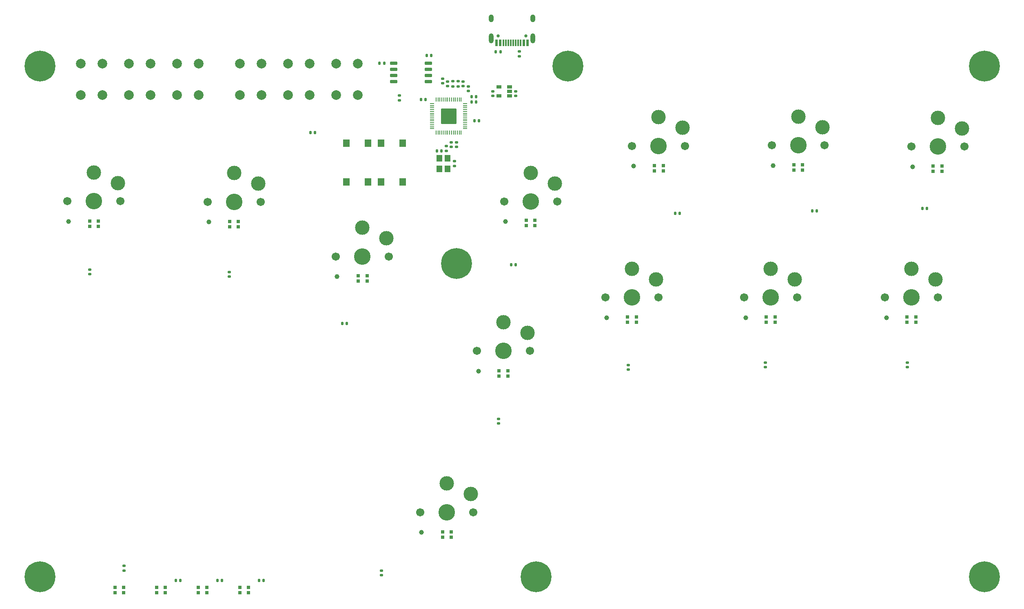
<source format=gbr>
%TF.GenerationSoftware,KiCad,Pcbnew,(6.0.4)*%
%TF.CreationDate,2022-04-24T23:02:38-04:00*%
%TF.ProjectId,Flatbox-rev4-rgb-kicad-WS2812B-4020,466c6174-626f-4782-9d72-6576342d7267,rev?*%
%TF.SameCoordinates,Original*%
%TF.FileFunction,Soldermask,Top*%
%TF.FilePolarity,Negative*%
%FSLAX46Y46*%
G04 Gerber Fmt 4.6, Leading zero omitted, Abs format (unit mm)*
G04 Created by KiCad (PCBNEW (6.0.4)) date 2022-04-24 23:02:38*
%MOMM*%
%LPD*%
G01*
G04 APERTURE LIST*
G04 Aperture macros list*
%AMRoundRect*
0 Rectangle with rounded corners*
0 $1 Rounding radius*
0 $2 $3 $4 $5 $6 $7 $8 $9 X,Y pos of 4 corners*
0 Add a 4 corners polygon primitive as box body*
4,1,4,$2,$3,$4,$5,$6,$7,$8,$9,$2,$3,0*
0 Add four circle primitives for the rounded corners*
1,1,$1+$1,$2,$3*
1,1,$1+$1,$4,$5*
1,1,$1+$1,$6,$7*
1,1,$1+$1,$8,$9*
0 Add four rect primitives between the rounded corners*
20,1,$1+$1,$2,$3,$4,$5,0*
20,1,$1+$1,$4,$5,$6,$7,0*
20,1,$1+$1,$6,$7,$8,$9,0*
20,1,$1+$1,$8,$9,$2,$3,0*%
G04 Aperture macros list end*
%ADD10C,3.429000*%
%ADD11C,1.701800*%
%ADD12C,3.000000*%
%ADD13C,0.990600*%
%ADD14C,2.000000*%
%ADD15RoundRect,0.135000X-0.185000X0.135000X-0.185000X-0.135000X0.185000X-0.135000X0.185000X0.135000X0*%
%ADD16C,0.650000*%
%ADD17R,0.600000X1.450000*%
%ADD18R,0.300000X1.450000*%
%ADD19O,1.000000X1.600000*%
%ADD20O,1.000000X2.100000*%
%ADD21RoundRect,0.135000X0.135000X0.185000X-0.135000X0.185000X-0.135000X-0.185000X0.135000X-0.185000X0*%
%ADD22RoundRect,0.140000X0.170000X-0.140000X0.170000X0.140000X-0.170000X0.140000X-0.170000X-0.140000X0*%
%ADD23RoundRect,0.140000X-0.140000X-0.170000X0.140000X-0.170000X0.140000X0.170000X-0.140000X0.170000X0*%
%ADD24RoundRect,0.140000X-0.170000X0.140000X-0.170000X-0.140000X0.170000X-0.140000X0.170000X0.140000X0*%
%ADD25RoundRect,0.135000X-0.135000X-0.185000X0.135000X-0.185000X0.135000X0.185000X-0.135000X0.185000X0*%
%ADD26R,1.400000X1.600000*%
%ADD27R,1.060000X0.650000*%
%ADD28RoundRect,0.150000X-0.650000X-0.150000X0.650000X-0.150000X0.650000X0.150000X-0.650000X0.150000X0*%
%ADD29RoundRect,0.050000X-0.387500X-0.050000X0.387500X-0.050000X0.387500X0.050000X-0.387500X0.050000X0*%
%ADD30RoundRect,0.050000X-0.050000X-0.387500X0.050000X-0.387500X0.050000X0.387500X-0.050000X0.387500X0*%
%ADD31RoundRect,0.144000X-1.456000X-1.456000X1.456000X-1.456000X1.456000X1.456000X-1.456000X1.456000X0*%
%ADD32R,1.200000X1.400000*%
%ADD33RoundRect,0.140000X0.140000X0.170000X-0.140000X0.170000X-0.140000X-0.170000X0.140000X-0.170000X0*%
%ADD34RoundRect,0.135000X0.185000X-0.135000X0.185000X0.135000X-0.185000X0.135000X-0.185000X-0.135000X0*%
%ADD35R,0.700000X0.700000*%
%ADD36C,6.400000*%
G04 APERTURE END LIST*
D10*
%TO.C,SW8*%
X87320000Y-65170000D03*
D11*
X81820000Y-65170000D03*
X92820000Y-65170000D03*
D12*
X92320000Y-61420000D03*
D13*
X82100000Y-69370000D03*
D12*
X87320000Y-59220000D03*
%TD*%
%TO.C,SW9*%
X113920000Y-70570000D03*
D10*
X113920000Y-76520000D03*
D11*
X108420000Y-76520000D03*
D12*
X118920000Y-72770000D03*
D11*
X119420000Y-76520000D03*
D13*
X108700000Y-80720000D03*
%TD*%
%TO.C,SW18*%
X126200000Y-133820000D03*
D11*
X125920000Y-129620000D03*
D12*
X131420000Y-123670000D03*
X136420000Y-125870000D03*
D11*
X136920000Y-129620000D03*
D10*
X131420000Y-129620000D03*
%TD*%
%TO.C,SW10*%
X148860000Y-65110000D03*
D12*
X148860000Y-59160000D03*
D13*
X143640000Y-69310000D03*
D11*
X154360000Y-65110000D03*
X143360000Y-65110000D03*
D12*
X153860000Y-61360000D03*
%TD*%
D10*
%TO.C,SW11*%
X175420000Y-53580000D03*
D12*
X180420000Y-49830000D03*
X175420000Y-47630000D03*
D13*
X170200000Y-57780000D03*
D11*
X180920000Y-53580000D03*
X169920000Y-53580000D03*
%TD*%
D10*
%TO.C,SW12*%
X204390000Y-53460000D03*
D12*
X209390000Y-49710000D03*
D13*
X199170000Y-57660000D03*
D11*
X209890000Y-53460000D03*
D12*
X204390000Y-47510000D03*
D11*
X198890000Y-53460000D03*
%TD*%
%TO.C,SW13*%
X227860000Y-53700000D03*
D12*
X233360000Y-47750000D03*
D13*
X228140000Y-57900000D03*
D11*
X238860000Y-53700000D03*
D10*
X233360000Y-53700000D03*
D12*
X238360000Y-49950000D03*
%TD*%
D10*
%TO.C,SW14*%
X143250000Y-96150000D03*
D12*
X143250000Y-90200000D03*
D11*
X137750000Y-96150000D03*
X148750000Y-96150000D03*
D12*
X148250000Y-92400000D03*
D13*
X138030000Y-100350000D03*
%TD*%
D11*
%TO.C,SW15*%
X164360000Y-85040000D03*
D12*
X174860000Y-81290000D03*
D10*
X169860000Y-85040000D03*
D13*
X164640000Y-89240000D03*
D12*
X169860000Y-79090000D03*
D11*
X175360000Y-85040000D03*
%TD*%
D12*
%TO.C,SW16*%
X203710000Y-81290000D03*
D13*
X193490000Y-89240000D03*
D12*
X198710000Y-79090000D03*
D11*
X204210000Y-85040000D03*
D10*
X198710000Y-85040000D03*
D11*
X193210000Y-85040000D03*
%TD*%
%TO.C,SW17*%
X222420000Y-85040000D03*
X233420000Y-85040000D03*
D12*
X227920000Y-79090000D03*
X232920000Y-81290000D03*
D13*
X222700000Y-89240000D03*
D10*
X227920000Y-85040000D03*
%TD*%
D11*
%TO.C,SW7*%
X52725000Y-65050000D03*
D10*
X58225000Y-65050000D03*
D11*
X63725000Y-65050000D03*
D12*
X58225000Y-59100000D03*
D13*
X53005000Y-69250000D03*
D12*
X63225000Y-61300000D03*
%TD*%
D14*
%TO.C,SW4*%
X88500000Y-43000000D03*
X88500000Y-36500000D03*
X93000000Y-43000000D03*
X93000000Y-36500000D03*
%TD*%
%TO.C,SW2*%
X65500000Y-43000000D03*
X65500000Y-36500000D03*
X70000000Y-36500000D03*
X70000000Y-43000000D03*
%TD*%
%TO.C,SW5*%
X98500000Y-36500000D03*
X98500000Y-43000000D03*
X103000000Y-36500000D03*
X103000000Y-43000000D03*
%TD*%
%TO.C,SW1*%
X55500000Y-36500000D03*
X55500000Y-43000000D03*
X60000000Y-43000000D03*
X60000000Y-36500000D03*
%TD*%
%TO.C,SW3*%
X75500000Y-43000000D03*
X75500000Y-36500000D03*
X80000000Y-36500000D03*
X80000000Y-43000000D03*
%TD*%
%TO.C,SW6*%
X108500000Y-36500000D03*
X108500000Y-43000000D03*
X113000000Y-36500000D03*
X113000000Y-43000000D03*
%TD*%
D15*
%TO.C,R7*%
X146550000Y-33990000D03*
X146550000Y-35010000D03*
%TD*%
D16*
%TO.C,USB1*%
X147890000Y-30750000D03*
X142110000Y-30750000D03*
D17*
X148250000Y-32195000D03*
X147450000Y-32195000D03*
D18*
X146750000Y-32195000D03*
X146250000Y-32195000D03*
X145750000Y-32195000D03*
X145250000Y-32195000D03*
X144750000Y-32195000D03*
X144250000Y-32195000D03*
X143750000Y-32195000D03*
X143250000Y-32195000D03*
D17*
X142550000Y-32195000D03*
X141750000Y-32195000D03*
D19*
X140680000Y-27100000D03*
X149320000Y-27100000D03*
D20*
X149320000Y-31280000D03*
X140680000Y-31280000D03*
%TD*%
D21*
%TO.C,R6*%
X142660000Y-34050000D03*
X141640000Y-34050000D03*
%TD*%
D22*
%TO.C,C1*%
X145800000Y-43230000D03*
X145800000Y-42270000D03*
%TD*%
D23*
%TO.C,C2*%
X129420000Y-54600000D03*
X130380000Y-54600000D03*
%TD*%
D22*
%TO.C,C4*%
X141000000Y-43230000D03*
X141000000Y-42270000D03*
%TD*%
D23*
%TO.C,C5*%
X127270000Y-34800000D03*
X128230000Y-34800000D03*
%TD*%
D22*
%TO.C,C6*%
X130600000Y-40580000D03*
X130600000Y-39620000D03*
%TD*%
D24*
%TO.C,C7*%
X133450000Y-52820000D03*
X133450000Y-53780000D03*
%TD*%
D22*
%TO.C,C8*%
X134850000Y-41180000D03*
X134850000Y-40220000D03*
%TD*%
%TO.C,C9*%
X131650000Y-41180000D03*
X131650000Y-40220000D03*
%TD*%
%TO.C,C10*%
X135900000Y-42180000D03*
X135900000Y-41220000D03*
%TD*%
D23*
%TO.C,C15*%
X136620000Y-44450000D03*
X137580000Y-44450000D03*
%TD*%
%TO.C,C16*%
X136620000Y-43400000D03*
X137580000Y-43400000D03*
%TD*%
D15*
%TO.C,R1*%
X121650000Y-43090000D03*
X121650000Y-44110000D03*
%TD*%
D25*
%TO.C,R2*%
X117490000Y-36400000D03*
X118510000Y-36400000D03*
%TD*%
D15*
%TO.C,R4*%
X133780000Y-40190000D03*
X133780000Y-41210000D03*
%TD*%
D26*
%TO.C,SW19*%
X115150000Y-53050000D03*
X115150000Y-61050000D03*
X110650000Y-53050000D03*
X110650000Y-61050000D03*
%TD*%
D27*
%TO.C,U1*%
X144500000Y-43200000D03*
X144500000Y-42250000D03*
X144500000Y-41300000D03*
X142300000Y-41300000D03*
X142300000Y-43200000D03*
%TD*%
D28*
%TO.C,U2*%
X120450000Y-36395000D03*
X120450000Y-37665000D03*
X120450000Y-38935000D03*
X120450000Y-40205000D03*
X127650000Y-40205000D03*
X127650000Y-38935000D03*
X127650000Y-37665000D03*
X127650000Y-36395000D03*
%TD*%
D29*
%TO.C,U3*%
X128412500Y-44800000D03*
X128412500Y-45200000D03*
X128412500Y-45600000D03*
X128412500Y-46000000D03*
X128412500Y-46400000D03*
X128412500Y-46800000D03*
X128412500Y-47200000D03*
X128412500Y-47600000D03*
X128412500Y-48000000D03*
X128412500Y-48400000D03*
X128412500Y-48800000D03*
X128412500Y-49200000D03*
X128412500Y-49600000D03*
X128412500Y-50000000D03*
D30*
X129250000Y-50837500D03*
X129650000Y-50837500D03*
X130050000Y-50837500D03*
X130450000Y-50837500D03*
X130850000Y-50837500D03*
X131250000Y-50837500D03*
X131650000Y-50837500D03*
X132050000Y-50837500D03*
X132450000Y-50837500D03*
X132850000Y-50837500D03*
X133250000Y-50837500D03*
X133650000Y-50837500D03*
X134050000Y-50837500D03*
X134450000Y-50837500D03*
D29*
X135287500Y-50000000D03*
X135287500Y-49600000D03*
X135287500Y-49200000D03*
X135287500Y-48800000D03*
X135287500Y-48400000D03*
X135287500Y-48000000D03*
X135287500Y-47600000D03*
X135287500Y-47200000D03*
X135287500Y-46800000D03*
X135287500Y-46400000D03*
X135287500Y-46000000D03*
X135287500Y-45600000D03*
X135287500Y-45200000D03*
X135287500Y-44800000D03*
D30*
X134450000Y-43962500D03*
X134050000Y-43962500D03*
X133650000Y-43962500D03*
X133250000Y-43962500D03*
X132850000Y-43962500D03*
X132450000Y-43962500D03*
X132050000Y-43962500D03*
X131650000Y-43962500D03*
X131250000Y-43962500D03*
X130850000Y-43962500D03*
X130450000Y-43962500D03*
X130050000Y-43962500D03*
X129650000Y-43962500D03*
X129250000Y-43962500D03*
D31*
X131850000Y-47400000D03*
%TD*%
D32*
%TO.C,Y1*%
X129900000Y-56150000D03*
X129900000Y-58350000D03*
X131600000Y-58350000D03*
X131600000Y-56150000D03*
%TD*%
D15*
%TO.C,R3*%
X132700000Y-40190000D03*
X132700000Y-41210000D03*
%TD*%
D24*
%TO.C,C3*%
X133100000Y-56770000D03*
X133100000Y-57730000D03*
%TD*%
D26*
%TO.C,SW20*%
X117800000Y-61050000D03*
X117800000Y-53050000D03*
X122300000Y-61050000D03*
X122300000Y-53050000D03*
%TD*%
D33*
%TO.C,C13*%
X104140000Y-50800000D03*
X103180000Y-50800000D03*
%TD*%
D23*
%TO.C,C12*%
X137216000Y-48400000D03*
X138176000Y-48400000D03*
%TD*%
D34*
%TO.C,R5*%
X131400000Y-54660000D03*
X131400000Y-53640000D03*
%TD*%
D24*
%TO.C,C14*%
X132420000Y-52820000D03*
X132420000Y-53780000D03*
%TD*%
D33*
%TO.C,C11*%
X127080000Y-44000000D03*
X126120000Y-44000000D03*
%TD*%
D35*
%TO.C,D10*%
X170777072Y-90184903D03*
X170777072Y-89084903D03*
X168947072Y-89084903D03*
X168947072Y-90184903D03*
%TD*%
D23*
%TO.C,C19*%
X178844000Y-67564000D03*
X179804000Y-67564000D03*
%TD*%
D36*
%TO.C,H5*%
X47000000Y-143000000D03*
%TD*%
D23*
%TO.C,C31*%
X83848000Y-143764000D03*
X84808000Y-143764000D03*
%TD*%
D22*
%TO.C,C29*%
X64516000Y-141732000D03*
X64516000Y-140772000D03*
%TD*%
D23*
%TO.C,C30*%
X75212000Y-143764000D03*
X76172000Y-143764000D03*
%TD*%
D35*
%TO.C,D7*%
X234233331Y-58826441D03*
X234233331Y-57726441D03*
X232403331Y-57726441D03*
X232403331Y-58826441D03*
%TD*%
%TO.C,D12*%
X132418009Y-134819362D03*
X132418009Y-133719362D03*
X130588009Y-133719362D03*
X130588009Y-134819362D03*
%TD*%
D36*
%TO.C,H7*%
X243000000Y-143000000D03*
%TD*%
%TO.C,H4*%
X133500000Y-78000000D03*
%TD*%
D33*
%TO.C,C20*%
X231140000Y-66548000D03*
X230180000Y-66548000D03*
%TD*%
D24*
%TO.C,C26*%
X197612000Y-98580000D03*
X197612000Y-99540000D03*
%TD*%
%TO.C,C25*%
X227076000Y-98580000D03*
X227076000Y-99540000D03*
%TD*%
D23*
%TO.C,C18*%
X207292000Y-67056000D03*
X208252000Y-67056000D03*
%TD*%
D24*
%TO.C,C21*%
X86360000Y-79784000D03*
X86360000Y-80744000D03*
%TD*%
D36*
%TO.C,H2*%
X156600000Y-37000000D03*
%TD*%
D23*
%TO.C,C32*%
X92484000Y-143764000D03*
X93444000Y-143764000D03*
%TD*%
D33*
%TO.C,C27*%
X110716000Y-90424000D03*
X109756000Y-90424000D03*
%TD*%
D36*
%TO.C,H1*%
X47000000Y-37000000D03*
%TD*%
D35*
%TO.C,D6*%
X205318744Y-58611104D03*
X205318744Y-57511104D03*
X203488744Y-57511104D03*
X203488744Y-58611104D03*
%TD*%
D33*
%TO.C,C23*%
X145768000Y-78232000D03*
X144808000Y-78232000D03*
%TD*%
D35*
%TO.C,D15*%
X79857000Y-145246000D03*
X79857000Y-146346000D03*
X81687000Y-146346000D03*
X81687000Y-145246000D03*
%TD*%
%TO.C,D2*%
X88220964Y-70363212D03*
X88220964Y-69263212D03*
X86390964Y-69263212D03*
X86390964Y-70363212D03*
%TD*%
%TO.C,D5*%
X176391910Y-58735343D03*
X176391910Y-57635343D03*
X174561910Y-57635343D03*
X174561910Y-58735343D03*
%TD*%
%TO.C,D14*%
X71221000Y-145246000D03*
X71221000Y-146346000D03*
X73051000Y-146346000D03*
X73051000Y-145246000D03*
%TD*%
%TO.C,D8*%
X228823446Y-90195298D03*
X228823446Y-89095298D03*
X226993446Y-89095298D03*
X226993446Y-90195298D03*
%TD*%
D36*
%TO.C,H6*%
X150000000Y-143000000D03*
%TD*%
D35*
%TO.C,D13*%
X62585000Y-145246000D03*
X62585000Y-146346000D03*
X64415000Y-146346000D03*
X64415000Y-145246000D03*
%TD*%
%TO.C,D4*%
X149759000Y-70146000D03*
X149759000Y-69046000D03*
X147929000Y-69046000D03*
X147929000Y-70146000D03*
%TD*%
%TO.C,D16*%
X88493000Y-145246000D03*
X88493000Y-146346000D03*
X90323000Y-146346000D03*
X90323000Y-145246000D03*
%TD*%
D36*
%TO.C,H3*%
X243000000Y-37000000D03*
%TD*%
D35*
%TO.C,D11*%
X144152594Y-101338306D03*
X144152594Y-100238306D03*
X142322594Y-100238306D03*
X142322594Y-101338306D03*
%TD*%
%TO.C,D9*%
X199611100Y-90204207D03*
X199611100Y-89104207D03*
X197781100Y-89104207D03*
X197781100Y-90204207D03*
%TD*%
D24*
%TO.C,C17*%
X117884000Y-141760000D03*
X117884000Y-142720000D03*
%TD*%
%TO.C,C24*%
X57404000Y-79276000D03*
X57404000Y-80236000D03*
%TD*%
D35*
%TO.C,D3*%
X114908238Y-81665572D03*
X114908238Y-80565572D03*
X113078238Y-80565572D03*
X113078238Y-81665572D03*
%TD*%
%TO.C,D1*%
X59167962Y-70324084D03*
X59167962Y-69224084D03*
X57337962Y-69224084D03*
X57337962Y-70324084D03*
%TD*%
D24*
%TO.C,C28*%
X169164000Y-99060000D03*
X169164000Y-100020000D03*
%TD*%
%TO.C,C22*%
X142240000Y-110264000D03*
X142240000Y-111224000D03*
%TD*%
M02*

</source>
